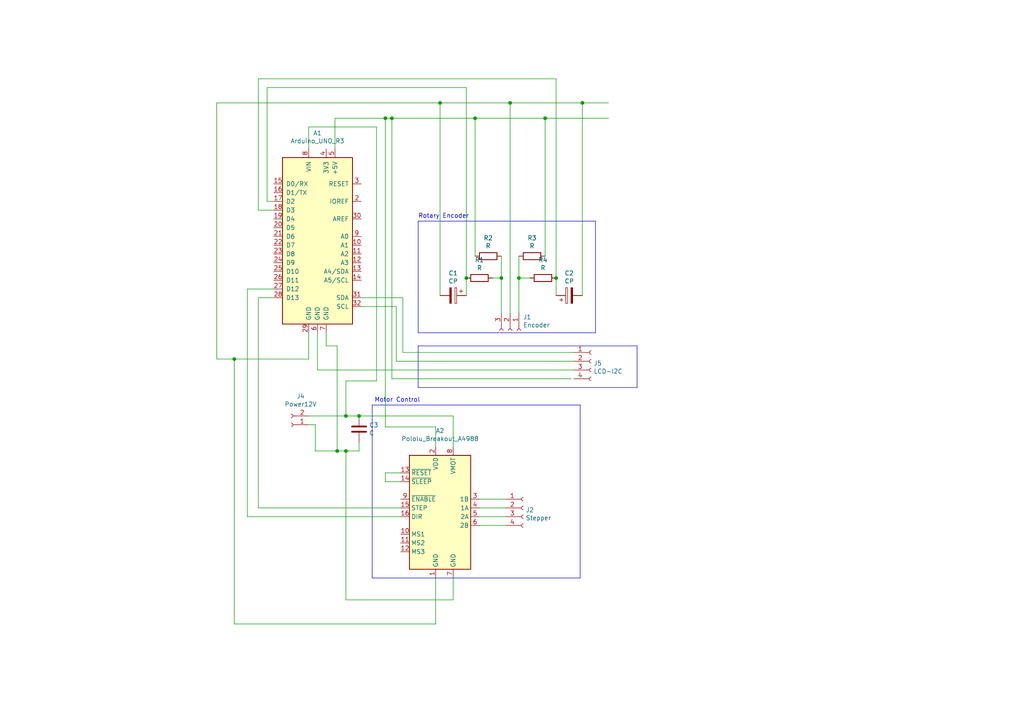
<source format=kicad_sch>
(kicad_sch (version 20230121) (generator eeschema)
  (paper "A4")
  (lib_symbols
    (symbol "Device:C" (pin_numbers hide) (pin_names (offset 0.254))
      (property "Reference" "C" (at 0.635 2.54 0))
      (property "Value" "C" (at 0.635 -2.54 0))
      (symbol "C_0_1"
        (polyline (pts (xy -2.032 -0.762) (xy 2.032 -0.762)) (stroke (width 0.508)))
        (polyline (pts (xy -2.032 0.762) (xy 2.032 0.762)) (stroke (width 0.508)))
      )
      (symbol "C_1_1"
        (pin passive line (at 0 3.81 270) (length 2.794) (name "~") (number "1"))
        (pin passive line (at 0 -3.81 90) (length 2.794) (name "~") (number "2"))
      )
    )
    (symbol "Device:R" (pin_numbers hide) (pin_names (offset 0))
      (property "Reference" "R" (at 2.032 0 90))
      (property "Value" "R" (at 0 0 90))
      (symbol "R_0_1"
        (rectangle (start -1.016 -2.54) (end 1.016 2.54) (stroke (width 0.254)))
      )
      (symbol "R_1_1"
        (pin passive line (at 0 3.81 270) (length 1.27) (name "~") (number "1"))
        (pin passive line (at 0 -3.81 90) (length 1.27) (name "~") (number "2"))
      )
    )
    (symbol "Driver_Motor:Pololu_Breakout_A4988"
      (property "Reference" "A" (at -2.54 19.05 0))
      (property "Value" "Pololu_Breakout_A4988" (at -2.54 16.51 0))
      (symbol "Pololu_Breakout_A4988_0_1"
        (rectangle (start 10.16 -17.78) (end -7.62 15.24) (stroke (width 0.254)) (fill (type background)))
      )
      (symbol "Pololu_Breakout_A4988_1_1"
        (pin power_in line (at 0 -20.32 90) (length 2.54) (name "GND") (number "1"))
        (pin input line (at -10.16 -7.62 0) (length 2.54) (name "MS1") (number "10"))
        (pin input line (at -10.16 -10.16 0) (length 2.54) (name "MS2") (number "11"))
        (pin input line (at -10.16 -12.7 0) (length 2.54) (name "MS3") (number "12"))
        (pin input line (at -10.16 10.16 0) (length 2.54) (name "~{RESET}") (number "13"))
        (pin input line (at -10.16 7.62 0) (length 2.54) (name "~{SLEEP}") (number "14"))
        (pin input line (at -10.16 0 0) (length 2.54) (name "STEP") (number "15"))
        (pin input line (at -10.16 -2.54 0) (length 2.54) (name "DIR") (number "16"))
        (pin power_in line (at 0 17.78 270) (length 2.54) (name "VDD") (number "2"))
        (pin output line (at 12.7 2.54 180) (length 2.54) (name "1B") (number "3"))
        (pin output line (at 12.7 0 180) (length 2.54) (name "1A") (number "4"))
        (pin output line (at 12.7 -2.54 180) (length 2.54) (name "2A") (number "5"))
        (pin output line (at 12.7 -5.08 180) (length 2.54) (name "2B") (number "6"))
        (pin power_in line (at 5.08 -20.32 90) (length 2.54) (name "GND") (number "7"))
        (pin power_in line (at 5.08 17.78 270) (length 2.54) (name "VMOT") (number "8"))
        (pin input line (at -10.16 2.54 0) (length 2.54) (name "~{ENABLE}") (number "9"))
      )
    )
    (symbol "peristaltic-pump-rescue:Arduino_UNO_R3-MCU_Module" (pin_names (offset 1.016))
      (property "Reference" "A" (at -5.08 26.67 0))
      (property "Value" "MCU_Module_Arduino_UNO_R3" (at -5.08 24.13 0))
      (symbol "Arduino_UNO_R3-MCU_Module_0_1"
        (rectangle (start -10.16 22.86) (end 10.16 -25.4) (stroke (width 0.254)) (fill (type background)))
      )
      (symbol "Arduino_UNO_R3-MCU_Module_1_1"
        (pin no_connect line (at -12.7 -20.32 0) (length 2.54) hide (name "NC") (number "1"))
        (pin bidirectional line (at 12.7 -2.54 180) (length 2.54) (name "A1") (number "10"))
        (pin bidirectional line (at 12.7 -5.08 180) (length 2.54) (name "A2") (number "11"))
        (pin bidirectional line (at 12.7 -7.62 180) (length 2.54) (name "A3") (number "12"))
        (pin bidirectional line (at 12.7 -10.16 180) (length 2.54) (name "A4/SDA") (number "13"))
        (pin bidirectional line (at 12.7 -12.7 180) (length 2.54) (name "A5/SCL") (number "14"))
        (pin bidirectional line (at -12.7 15.24 0) (length 2.54) (name "D0/RX") (number "15"))
        (pin bidirectional line (at -12.7 12.7 0) (length 2.54) (name "D1/TX") (number "16"))
        (pin bidirectional line (at -12.7 10.16 0) (length 2.54) (name "D2") (number "17"))
        (pin bidirectional line (at -12.7 7.62 0) (length 2.54) (name "D3") (number "18"))
        (pin bidirectional line (at -12.7 5.08 0) (length 2.54) (name "D4") (number "19"))
        (pin output line (at 12.7 10.16 180) (length 2.54) (name "IOREF") (number "2"))
        (pin bidirectional line (at -12.7 2.54 0) (length 2.54) (name "D5") (number "20"))
        (pin bidirectional line (at -12.7 0 0) (length 2.54) (name "D6") (number "21"))
        (pin bidirectional line (at -12.7 -2.54 0) (length 2.54) (name "D7") (number "22"))
        (pin bidirectional line (at -12.7 -5.08 0) (length 2.54) (name "D8") (number "23"))
        (pin bidirectional line (at -12.7 -7.62 0) (length 2.54) (name "D9") (number "24"))
        (pin bidirectional line (at -12.7 -10.16 0) (length 2.54) (name "D10") (number "25"))
        (pin bidirectional line (at -12.7 -12.7 0) (length 2.54) (name "D11") (number "26"))
        (pin bidirectional line (at -12.7 -15.24 0) (length 2.54) (name "D12") (number "27"))
        (pin bidirectional line (at -12.7 -17.78 0) (length 2.54) (name "D13") (number "28"))
        (pin power_in line (at -2.54 -27.94 90) (length 2.54) (name "GND") (number "29"))
        (pin input line (at 12.7 15.24 180) (length 2.54) (name "RESET") (number "3"))
        (pin input line (at 12.7 5.08 180) (length 2.54) (name "AREF") (number "30"))
        (pin bidirectional line (at 12.7 -17.78 180) (length 2.54) (name "SDA") (number "31"))
        (pin bidirectional line (at 12.7 -20.32 180) (length 2.54) (name "SCL") (number "32"))
        (pin power_out line (at 2.54 25.4 270) (length 2.54) (name "3V3") (number "4"))
        (pin power_out line (at 5.08 25.4 270) (length 2.54) (name "+5V") (number "5"))
        (pin power_in line (at 0 -27.94 90) (length 2.54) (name "GND") (number "6"))
        (pin power_in line (at 2.54 -27.94 90) (length 2.54) (name "GND") (number "7"))
        (pin power_in line (at -2.54 25.4 270) (length 2.54) (name "VIN") (number "8"))
        (pin bidirectional line (at 12.7 0 180) (length 2.54) (name "A0") (number "9"))
      )
    )
    (symbol "peristaltic-pump-rescue:CP-Device" (pin_numbers hide) (pin_names (offset 0.254))
      (property "Reference" "C" (at 0.635 2.54 0))
      (property "Value" "Device_CP" (at 0.635 -2.54 0))
      (symbol "CP-Device_0_1"
        (rectangle (start -2.286 0.508) (end 2.286 1.016))
        (polyline (pts (xy -1.778 2.286) (xy -0.762 2.286)))
        (polyline (pts (xy -1.27 2.794) (xy -1.27 1.778)))
        (rectangle (start 2.286 -0.508) (end -2.286 -1.016) (fill (type outline)))
      )
      (symbol "CP-Device_1_1"
        (pin passive line (at 0 3.81 270) (length 2.794) (name "~") (number "1"))
        (pin passive line (at 0 -3.81 90) (length 2.794) (name "~") (number "2"))
      )
    )
    (symbol "peristaltic-pump-rescue:Conn_01x02_Female-Connector" (pin_names (offset 1.016) hide)
      (property "Reference" "J" (at 0 2.54 0))
      (property "Value" "Connector_Conn_01x02_Female" (at 0 -5.08 0))
      (symbol "Conn_01x02_Female-Connector_1_1"
        (arc (start 0 -2.032) (mid -0.5058 -2.54) (end 0 -3.048) (stroke (width 0.1524)))
        (polyline (pts (xy -1.27 -2.54) (xy -0.508 -2.54)) (stroke (width 0.1524)))
        (polyline (pts (xy -1.27 0) (xy -0.508 0)) (stroke (width 0.1524)))
        (arc (start 0 0.508) (mid -0.5058 0) (end 0 -0.508) (stroke (width 0.1524)))
        (pin passive line (at -5.08 0 0) (length 3.81) (name "Pin_1") (number "1"))
        (pin passive line (at -5.08 -2.54 0) (length 3.81) (name "Pin_2") (number "2"))
      )
    )
    (symbol "peristaltic-pump-rescue:Conn_01x03_Female-Connector" (pin_names (offset 1.016) hide)
      (property "Reference" "J" (at 0 5.08 0))
      (property "Value" "Connector_Conn_01x03_Female" (at 0 -5.08 0))
      (symbol "Conn_01x03_Female-Connector_1_1"
        (arc (start 0 -2.032) (mid -0.5058 -2.54) (end 0 -3.048) (stroke (width 0.1524)))
        (polyline (pts (xy -1.27 -2.54) (xy -0.508 -2.54)) (stroke (width 0.1524)))
        (polyline (pts (xy -1.27 0) (xy -0.508 0)) (stroke (width 0.1524)))
        (polyline (pts (xy -1.27 2.54) (xy -0.508 2.54)) (stroke (width 0.1524)))
        (arc (start 0 0.508) (mid -0.5058 0) (end 0 -0.508) (stroke (width 0.1524)))
        (arc (start 0 3.048) (mid -0.5058 2.54) (end 0 2.032) (stroke (width 0.1524)))
        (pin passive line (at -5.08 2.54 0) (length 3.81) (name "Pin_1") (number "1"))
        (pin passive line (at -5.08 0 0) (length 3.81) (name "Pin_2") (number "2"))
        (pin passive line (at -5.08 -2.54 0) (length 3.81) (name "Pin_3") (number "3"))
      )
    )
    (symbol "peristaltic-pump-rescue:Conn_01x04_Female-Connector" (pin_names (offset 1.016) hide)
      (property "Reference" "J" (at 0 5.08 0))
      (property "Value" "Connector_Conn_01x04_Female" (at 0 -7.62 0))
      (symbol "Conn_01x04_Female-Connector_1_1"
        (arc (start 0 -4.572) (mid -0.5058 -5.08) (end 0 -5.588) (stroke (width 0.1524)))
        (arc (start 0 -2.032) (mid -0.5058 -2.54) (end 0 -3.048) (stroke (width 0.1524)))
        (polyline (pts (xy -1.27 -5.08) (xy -0.508 -5.08)) (stroke (width 0.1524)))
        (polyline (pts (xy -1.27 -2.54) (xy -0.508 -2.54)) (stroke (width 0.1524)))
        (polyline (pts (xy -1.27 0) (xy -0.508 0)) (stroke (width 0.1524)))
        (polyline (pts (xy -1.27 2.54) (xy -0.508 2.54)) (stroke (width 0.1524)))
        (arc (start 0 0.508) (mid -0.5058 0) (end 0 -0.508) (stroke (width 0.1524)))
        (arc (start 0 3.048) (mid -0.5058 2.54) (end 0 2.032) (stroke (width 0.1524)))
        (pin passive line (at -5.08 2.54 0) (length 3.81) (name "Pin_1") (number "1"))
        (pin passive line (at -5.08 0 0) (length 3.81) (name "Pin_2") (number "2"))
        (pin passive line (at -5.08 -2.54 0) (length 3.81) (name "Pin_3") (number "3"))
        (pin passive line (at -5.08 -5.08 0) (length 3.81) (name "Pin_4") (number "4"))
      )
    )
  )
  (junction (at 161.29 80.645))
  (junction (at 137.795 34.29))
  (junction (at 97.79 130.81))
  (junction (at 150.495 80.645))
  (junction (at 111.76 34.29))
  (junction (at 67.945 104.14))
  (junction (at 158.115 34.29))
  (junction (at 168.91 29.845))
  (junction (at 127.635 29.845))
  (junction (at 100.33 130.81))
  (junction (at 135.255 80.645))
  (junction (at 100.33 120.65))
  (junction (at 147.955 29.845))
  (junction (at 113.665 34.29))
  (junction (at 104.14 120.65))
  (junction (at 145.415 80.645))
  (wire (pts (xy 168.91 85.725) (xy 168.91 29.845)))
  (wire (pts (xy 77.47 25.4) (xy 135.255 25.4)))
  (wire (pts (xy 139.065 144.78) (xy 146.685 144.78)))
  (wire (pts (xy 89.535 123.19) (xy 91.44 123.19)))
  (polyline (pts (xy 168.275 167.64) (xy 168.275 117.475)))
  (wire (pts (xy 139.065 152.4) (xy 146.685 152.4)))
  (wire (pts (xy 77.47 58.42) (xy 77.47 25.4)))
  (wire (pts (xy 158.115 74.295) (xy 158.115 34.29)))
  (wire (pts (xy 104.775 86.36) (xy 116.84 86.36)))
  (wire (pts (xy 137.795 74.295) (xy 137.795 34.29)))
  (polyline (pts (xy 168.275 117.475) (xy 107.95 117.475)))
  (wire (pts (xy 97.79 130.81) (xy 100.33 130.81)))
  (wire (pts (xy 161.29 80.645) (xy 161.29 85.725)))
  (wire (pts (xy 89.535 43.18) (xy 89.535 36.83)))
  (wire (pts (xy 74.93 60.96) (xy 74.93 22.86)))
  (wire (pts (xy 71.755 149.86) (xy 116.205 149.86)))
  (polyline (pts (xy 107.95 167.64) (xy 168.275 167.64)))
  (wire (pts (xy 91.44 130.81) (xy 97.79 130.81)))
  (wire (pts (xy 74.93 86.36) (xy 74.93 147.32)))
  (wire (pts (xy 139.065 147.32) (xy 146.685 147.32)))
  (wire (pts (xy 111.76 123.825) (xy 126.365 123.825)))
  (wire (pts (xy 168.91 29.845) (xy 176.53 29.845)))
  (polyline (pts (xy 121.285 96.52) (xy 172.72 96.52)))
  (wire (pts (xy 116.84 86.36) (xy 116.84 102.235)))
  (wire (pts (xy 126.365 167.64) (xy 126.365 180.975)))
  (wire (pts (xy 127.635 85.725) (xy 127.635 29.845)))
  (polyline (pts (xy 121.285 96.52) (xy 121.285 64.135)))
  (wire (pts (xy 74.93 147.32) (xy 116.205 147.32)))
  (polyline (pts (xy 121.285 100.33) (xy 121.285 112.395)))
  (wire (pts (xy 97.155 34.29) (xy 111.76 34.29)))
  (wire (pts (xy 131.445 120.65) (xy 131.445 129.54)))
  (wire (pts (xy 100.33 110.49) (xy 100.33 120.65)))
  (wire (pts (xy 97.79 100.33) (xy 97.79 130.81)))
  (wire (pts (xy 116.205 137.16) (xy 111.76 137.16)))
  (wire (pts (xy 79.375 60.96) (xy 74.93 60.96)))
  (wire (pts (xy 109.22 110.49) (xy 100.33 110.49)))
  (wire (pts (xy 111.76 137.16) (xy 111.76 139.7)))
  (wire (pts (xy 67.945 180.975) (xy 126.365 180.975)))
  (wire (pts (xy 142.875 80.645) (xy 145.415 80.645)))
  (wire (pts (xy 116.84 102.235) (xy 166.37 102.235)))
  (wire (pts (xy 89.535 104.14) (xy 67.945 104.14)))
  (wire (pts (xy 135.255 25.4) (xy 135.255 80.645)))
  (wire (pts (xy 126.365 123.825) (xy 126.365 129.54)))
  (wire (pts (xy 62.865 104.14) (xy 62.865 29.845)))
  (wire (pts (xy 131.445 173.99) (xy 131.445 167.64)))
  (wire (pts (xy 91.44 123.19) (xy 91.44 130.81)))
  (wire (pts (xy 100.33 173.99) (xy 131.445 173.99)))
  (wire (pts (xy 135.255 80.645) (xy 135.255 85.725)))
  (wire (pts (xy 89.535 96.52) (xy 89.535 104.14)))
  (wire (pts (xy 150.495 80.645) (xy 153.67 80.645)))
  (wire (pts (xy 145.415 80.645) (xy 145.415 90.805)))
  (polyline (pts (xy 172.72 64.135) (xy 121.285 64.135)))
  (wire (pts (xy 111.76 34.29) (xy 113.665 34.29)))
  (wire (pts (xy 114.935 88.9) (xy 104.775 88.9)))
  (wire (pts (xy 104.14 120.65) (xy 131.445 120.65)))
  (wire (pts (xy 113.665 109.855) (xy 113.665 34.29)))
  (wire (pts (xy 150.495 74.295) (xy 150.495 80.645)))
  (wire (pts (xy 92.075 107.315) (xy 92.075 96.52)))
  (wire (pts (xy 109.22 36.83) (xy 109.22 110.49)))
  (wire (pts (xy 100.33 130.81) (xy 100.33 173.99)))
  (wire (pts (xy 79.375 86.36) (xy 74.93 86.36)))
  (wire (pts (xy 97.79 100.33) (xy 94.615 100.33)))
  (polyline (pts (xy 121.285 112.395) (xy 184.785 112.395)))
  (wire (pts (xy 97.155 43.18) (xy 97.155 34.29)))
  (wire (pts (xy 79.375 83.82) (xy 71.755 83.82)))
  (wire (pts (xy 111.76 139.7) (xy 116.205 139.7)))
  (wire (pts (xy 89.535 120.65) (xy 100.33 120.65)))
  (wire (pts (xy 165.735 109.855) (xy 113.665 109.855)))
  (polyline (pts (xy 107.95 117.475) (xy 107.95 167.64)))
  (wire (pts (xy 150.495 80.645) (xy 150.495 90.805)))
  (wire (pts (xy 166.37 104.775) (xy 114.935 104.775)))
  (wire (pts (xy 147.955 29.845) (xy 168.91 29.845)))
  (polyline (pts (xy 172.72 64.135) (xy 172.72 96.52)))
  (wire (pts (xy 113.665 34.29) (xy 137.795 34.29)))
  (wire (pts (xy 71.755 83.82) (xy 71.755 149.86)))
  (wire (pts (xy 100.33 120.65) (xy 104.14 120.65)))
  (wire (pts (xy 74.93 22.86) (xy 161.29 22.86)))
  (wire (pts (xy 104.14 128.27) (xy 104.14 130.81)))
  (wire (pts (xy 127.635 29.845) (xy 147.955 29.845)))
  (wire (pts (xy 79.375 58.42) (xy 77.47 58.42)))
  (wire (pts (xy 89.535 36.83) (xy 109.22 36.83)))
  (wire (pts (xy 67.945 104.14) (xy 67.945 180.975)))
  (wire (pts (xy 147.955 29.845) (xy 147.955 90.805)))
  (wire (pts (xy 104.14 130.81) (xy 100.33 130.81)))
  (wire (pts (xy 161.29 22.86) (xy 161.29 80.645)))
  (wire (pts (xy 137.795 34.29) (xy 158.115 34.29)))
  (wire (pts (xy 158.115 34.29) (xy 176.53 34.29)))
  (wire (pts (xy 166.37 107.315) (xy 92.075 107.315)))
  (wire (pts (xy 145.415 74.295) (xy 145.415 80.645)))
  (polyline (pts (xy 184.785 112.395) (xy 184.785 100.33)))
  (polyline (pts (xy 184.785 100.33) (xy 121.285 100.33)))
  (wire (pts (xy 67.945 104.14) (xy 62.865 104.14)))
  (wire (pts (xy 114.935 104.775) (xy 114.935 88.9)))
  (wire (pts (xy 111.76 34.29) (xy 111.76 123.825)))
  (wire (pts (xy 62.865 29.845) (xy 127.635 29.845)))
  (wire (pts (xy 139.065 149.86) (xy 146.685 149.86)))
  (wire (pts (xy 94.615 100.33) (xy 94.615 96.52)))
  (text "Rotary Encoder" (at 121.285 63.5 0) (effects (font (size 1.27 1.27)) (justify left bottom)))
  (text "Motor Control" (at 108.585 116.84 0) (effects (font (size 1.27 1.27)) (justify left bottom)))
  (symbol (lib_id "peristaltic-pump-rescue:Arduino_UNO_R3-MCU_Module") (at 92.075 68.58 0) (unit 1)
    (property "Reference" "A1" (at 92.075 38.5826 0))
    (property "Value" "Arduino_UNO_R3" (at 92.075 40.894 0))
    (property "Footprint" "Module:Arduino_UNO_R3" (effects hide))
    (property "Datasheet" "https://www.arduino.cc/en/Main/arduinoBoardUno" (effects hide))
  )
  (symbol (lib_id "Driver_Motor:Pololu_Breakout_A4988") (at 126.365 147.32 0) (unit 1)
    (property "Reference" "A2" (at 127.635 124.9426 0))
    (property "Value" "Pololu_Breakout_A4988" (at 127.635 127.254 0))
    (property "Footprint" "Package_DIP:DIP-16_W7.62mm_Socket_LongPads" (effects hide))
    (property "Datasheet" "https://www.pololu.com/product/2980/pictures" (effects hide))
  )
  (symbol (lib_id "Device:R") (at 141.605 74.295 270) (unit 1)
    (property "Reference" "R2" (at 141.605 69.0372 90))
    (property "Value" "R" (at 141.605 71.3486 90))
    (property "Footprint" "Resistor_THT:R_Axial_DIN0207_L6.3mm_D2.5mm_P7.62mm_Horizontal" (effects hide))
  )
  (symbol (lib_id "Device:R") (at 139.065 80.645 270) (unit 1)
    (property "Reference" "R1" (at 139.065 75.3872 90))
    (property "Value" "R" (at 139.065 77.6986 90))
    (property "Footprint" "Resistor_THT:R_Axial_DIN0207_L6.3mm_D2.5mm_P7.62mm_Horizontal" (effects hide))
  )
  (symbol (lib_id "Device:R") (at 154.305 74.295 270) (unit 1)
    (property "Reference" "R3" (at 154.305 69.0372 90))
    (property "Value" "R" (at 154.305 71.3486 90))
    (property "Footprint" "Resistor_THT:R_Axial_DIN0207_L6.3mm_D2.5mm_P7.62mm_Horizontal" (effects hide))
  )
  (symbol (lib_id "Device:R") (at 157.48 80.645 270) (unit 1)
    (property "Reference" "R4" (at 157.48 75.3872 90))
    (property "Value" "R" (at 157.48 77.6986 90))
    (property "Footprint" "Resistor_THT:R_Axial_DIN0207_L6.3mm_D2.5mm_P7.62mm_Horizontal" (effects hide))
  )
  (symbol (lib_id "peristaltic-pump-rescue:CP-Device") (at 131.445 85.725 270) (unit 1)
    (property "Reference" "C1" (at 131.445 79.248 90))
    (property "Value" "CP" (at 131.445 81.5594 90))
    (property "Footprint" "Capacitor_THT:C_Disc_D7.5mm_W2.5mm_P5.00mm" (effects hide))
  )
  (symbol (lib_id "peristaltic-pump-rescue:CP-Device") (at 165.1 85.725 90) (unit 1)
    (property "Reference" "C2" (at 165.1 79.248 90))
    (property "Value" "CP" (at 165.1 81.5594 90))
    (property "Footprint" "Capacitor_THT:C_Disc_D7.5mm_W2.5mm_P5.00mm" (effects hide))
  )
  (symbol (lib_id "peristaltic-pump-rescue:Conn_01x04_Female-Connector") (at 151.765 147.32 0) (unit 1)
    (property "Reference" "J2" (at 152.4762 147.9296 0) (effects (justify left)))
    (property "Value" "Stepper" (at 152.4762 150.241 0) (effects (justify left)))
    (property "Footprint" "Connector_PinSocket_2.54mm:PinSocket_1x04_P2.54mm_Vertical" (effects hide))
  )
  (symbol (lib_id "peristaltic-pump-rescue:Conn_01x03_Female-Connector") (at 147.955 95.885 270) (unit 1)
    (property "Reference" "J1" (at 151.7142 91.9734 90) (effects (justify left)))
    (property "Value" "Encoder" (at 151.7142 94.2848 90) (effects (justify left)))
    (property "Footprint" "Connector_PinSocket_2.54mm:PinSocket_1x03_P2.54mm_Vertical" (effects hide))
  )
  (symbol (lib_id "Device:C") (at 104.14 124.46 0) (unit 1)
    (property "Reference" "C3" (at 107.061 123.2916 0) (effects (justify left)))
    (property "Value" "C" (at 107.061 125.603 0) (effects (justify left)))
    (property "Footprint" "Capacitor_THT:CP_Radial_D6.3mm_P2.50mm" (effects hide))
  )
  (symbol (lib_id "peristaltic-pump-rescue:Conn_01x02_Female-Connector") (at 84.455 123.19 180) (unit 1)
    (property "Reference" "J4" (at 87.1982 114.935 0))
    (property "Value" "Power12V" (at 87.1982 117.2464 0))
    (property "Footprint" "Connector_BarrelJack:BarrelJack_CUI_PJ-063AH_Horizontal" (effects hide))
  )
  (symbol (lib_id "peristaltic-pump-rescue:Conn_01x04_Female-Connector") (at 171.45 104.775 0) (unit 1)
    (property "Reference" "J5" (at 172.1612 105.3846 0) (effects (justify left)))
    (property "Value" "LCD-I2C" (at 172.1612 107.696 0) (effects (justify left)))
    (property "Footprint" "Connector_PinSocket_2.54mm:PinSocket_1x04_P2.54mm_Vertical" (effects hide))
  )
)
</source>
